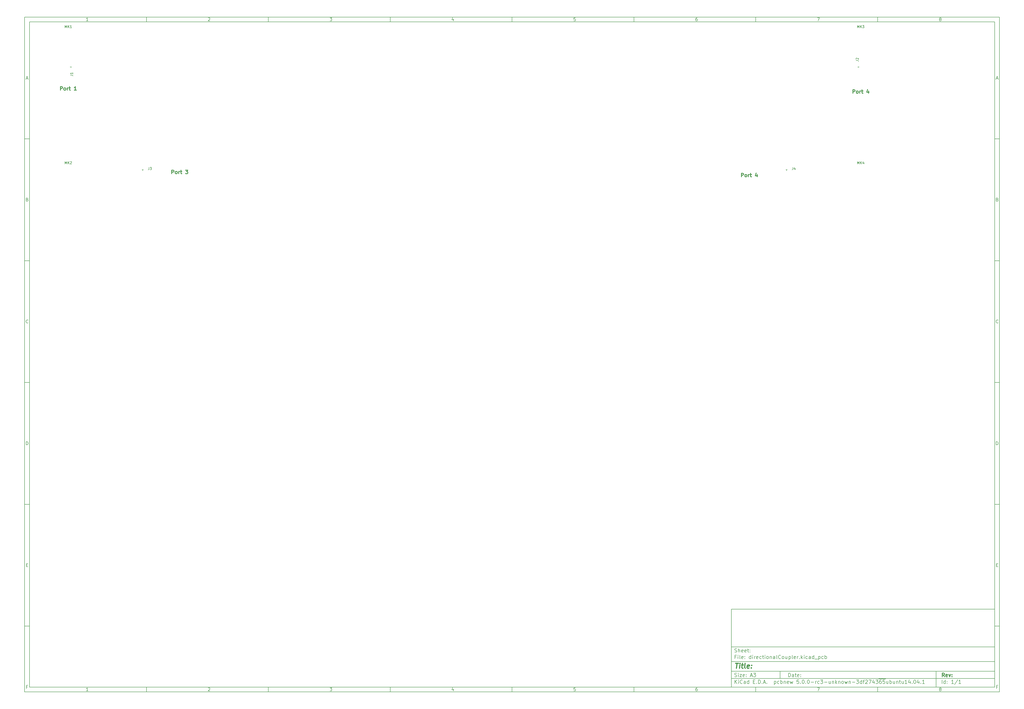
<source format=gbr>
G04 #@! TF.GenerationSoftware,KiCad,Pcbnew,5.0.0-rc3-unknown-3df2743~65~ubuntu14.04.1*
G04 #@! TF.CreationDate,2018-07-06T17:22:35-07:00*
G04 #@! TF.ProjectId,directionalCoupler,646972656374696F6E616C436F75706C,rev?*
G04 #@! TF.SameCoordinates,Original*
G04 #@! TF.FileFunction,Legend,Top*
G04 #@! TF.FilePolarity,Positive*
%FSLAX46Y46*%
G04 Gerber Fmt 4.6, Leading zero omitted, Abs format (unit mm)*
G04 Created by KiCad (PCBNEW 5.0.0-rc3-unknown-3df2743~65~ubuntu14.04.1) date Fri Jul  6 17:22:35 2018*
%MOMM*%
%LPD*%
G01*
G04 APERTURE LIST*
%ADD10C,0.100000*%
%ADD11C,0.150000*%
%ADD12C,0.300000*%
%ADD13C,0.400000*%
%ADD14C,0.120000*%
G04 APERTURE END LIST*
D10*
D11*
X299989000Y-253002200D02*
X299989000Y-285002200D01*
X407989000Y-285002200D01*
X407989000Y-253002200D01*
X299989000Y-253002200D01*
D10*
D11*
X10000000Y-10000000D02*
X10000000Y-287002200D01*
X409989000Y-287002200D01*
X409989000Y-10000000D01*
X10000000Y-10000000D01*
D10*
D11*
X12000000Y-12000000D02*
X12000000Y-285002200D01*
X407989000Y-285002200D01*
X407989000Y-12000000D01*
X12000000Y-12000000D01*
D10*
D11*
X60000000Y-12000000D02*
X60000000Y-10000000D01*
D10*
D11*
X110000000Y-12000000D02*
X110000000Y-10000000D01*
D10*
D11*
X160000000Y-12000000D02*
X160000000Y-10000000D01*
D10*
D11*
X210000000Y-12000000D02*
X210000000Y-10000000D01*
D10*
D11*
X260000000Y-12000000D02*
X260000000Y-10000000D01*
D10*
D11*
X310000000Y-12000000D02*
X310000000Y-10000000D01*
D10*
D11*
X360000000Y-12000000D02*
X360000000Y-10000000D01*
D10*
D11*
X36065476Y-11588095D02*
X35322619Y-11588095D01*
X35694047Y-11588095D02*
X35694047Y-10288095D01*
X35570238Y-10473809D01*
X35446428Y-10597619D01*
X35322619Y-10659523D01*
D10*
D11*
X85322619Y-10411904D02*
X85384523Y-10350000D01*
X85508333Y-10288095D01*
X85817857Y-10288095D01*
X85941666Y-10350000D01*
X86003571Y-10411904D01*
X86065476Y-10535714D01*
X86065476Y-10659523D01*
X86003571Y-10845238D01*
X85260714Y-11588095D01*
X86065476Y-11588095D01*
D10*
D11*
X135260714Y-10288095D02*
X136065476Y-10288095D01*
X135632142Y-10783333D01*
X135817857Y-10783333D01*
X135941666Y-10845238D01*
X136003571Y-10907142D01*
X136065476Y-11030952D01*
X136065476Y-11340476D01*
X136003571Y-11464285D01*
X135941666Y-11526190D01*
X135817857Y-11588095D01*
X135446428Y-11588095D01*
X135322619Y-11526190D01*
X135260714Y-11464285D01*
D10*
D11*
X185941666Y-10721428D02*
X185941666Y-11588095D01*
X185632142Y-10226190D02*
X185322619Y-11154761D01*
X186127380Y-11154761D01*
D10*
D11*
X236003571Y-10288095D02*
X235384523Y-10288095D01*
X235322619Y-10907142D01*
X235384523Y-10845238D01*
X235508333Y-10783333D01*
X235817857Y-10783333D01*
X235941666Y-10845238D01*
X236003571Y-10907142D01*
X236065476Y-11030952D01*
X236065476Y-11340476D01*
X236003571Y-11464285D01*
X235941666Y-11526190D01*
X235817857Y-11588095D01*
X235508333Y-11588095D01*
X235384523Y-11526190D01*
X235322619Y-11464285D01*
D10*
D11*
X285941666Y-10288095D02*
X285694047Y-10288095D01*
X285570238Y-10350000D01*
X285508333Y-10411904D01*
X285384523Y-10597619D01*
X285322619Y-10845238D01*
X285322619Y-11340476D01*
X285384523Y-11464285D01*
X285446428Y-11526190D01*
X285570238Y-11588095D01*
X285817857Y-11588095D01*
X285941666Y-11526190D01*
X286003571Y-11464285D01*
X286065476Y-11340476D01*
X286065476Y-11030952D01*
X286003571Y-10907142D01*
X285941666Y-10845238D01*
X285817857Y-10783333D01*
X285570238Y-10783333D01*
X285446428Y-10845238D01*
X285384523Y-10907142D01*
X285322619Y-11030952D01*
D10*
D11*
X335260714Y-10288095D02*
X336127380Y-10288095D01*
X335570238Y-11588095D01*
D10*
D11*
X385570238Y-10845238D02*
X385446428Y-10783333D01*
X385384523Y-10721428D01*
X385322619Y-10597619D01*
X385322619Y-10535714D01*
X385384523Y-10411904D01*
X385446428Y-10350000D01*
X385570238Y-10288095D01*
X385817857Y-10288095D01*
X385941666Y-10350000D01*
X386003571Y-10411904D01*
X386065476Y-10535714D01*
X386065476Y-10597619D01*
X386003571Y-10721428D01*
X385941666Y-10783333D01*
X385817857Y-10845238D01*
X385570238Y-10845238D01*
X385446428Y-10907142D01*
X385384523Y-10969047D01*
X385322619Y-11092857D01*
X385322619Y-11340476D01*
X385384523Y-11464285D01*
X385446428Y-11526190D01*
X385570238Y-11588095D01*
X385817857Y-11588095D01*
X385941666Y-11526190D01*
X386003571Y-11464285D01*
X386065476Y-11340476D01*
X386065476Y-11092857D01*
X386003571Y-10969047D01*
X385941666Y-10907142D01*
X385817857Y-10845238D01*
D10*
D11*
X60000000Y-285002200D02*
X60000000Y-287002200D01*
D10*
D11*
X110000000Y-285002200D02*
X110000000Y-287002200D01*
D10*
D11*
X160000000Y-285002200D02*
X160000000Y-287002200D01*
D10*
D11*
X210000000Y-285002200D02*
X210000000Y-287002200D01*
D10*
D11*
X260000000Y-285002200D02*
X260000000Y-287002200D01*
D10*
D11*
X310000000Y-285002200D02*
X310000000Y-287002200D01*
D10*
D11*
X360000000Y-285002200D02*
X360000000Y-287002200D01*
D10*
D11*
X36065476Y-286590295D02*
X35322619Y-286590295D01*
X35694047Y-286590295D02*
X35694047Y-285290295D01*
X35570238Y-285476009D01*
X35446428Y-285599819D01*
X35322619Y-285661723D01*
D10*
D11*
X85322619Y-285414104D02*
X85384523Y-285352200D01*
X85508333Y-285290295D01*
X85817857Y-285290295D01*
X85941666Y-285352200D01*
X86003571Y-285414104D01*
X86065476Y-285537914D01*
X86065476Y-285661723D01*
X86003571Y-285847438D01*
X85260714Y-286590295D01*
X86065476Y-286590295D01*
D10*
D11*
X135260714Y-285290295D02*
X136065476Y-285290295D01*
X135632142Y-285785533D01*
X135817857Y-285785533D01*
X135941666Y-285847438D01*
X136003571Y-285909342D01*
X136065476Y-286033152D01*
X136065476Y-286342676D01*
X136003571Y-286466485D01*
X135941666Y-286528390D01*
X135817857Y-286590295D01*
X135446428Y-286590295D01*
X135322619Y-286528390D01*
X135260714Y-286466485D01*
D10*
D11*
X185941666Y-285723628D02*
X185941666Y-286590295D01*
X185632142Y-285228390D02*
X185322619Y-286156961D01*
X186127380Y-286156961D01*
D10*
D11*
X236003571Y-285290295D02*
X235384523Y-285290295D01*
X235322619Y-285909342D01*
X235384523Y-285847438D01*
X235508333Y-285785533D01*
X235817857Y-285785533D01*
X235941666Y-285847438D01*
X236003571Y-285909342D01*
X236065476Y-286033152D01*
X236065476Y-286342676D01*
X236003571Y-286466485D01*
X235941666Y-286528390D01*
X235817857Y-286590295D01*
X235508333Y-286590295D01*
X235384523Y-286528390D01*
X235322619Y-286466485D01*
D10*
D11*
X285941666Y-285290295D02*
X285694047Y-285290295D01*
X285570238Y-285352200D01*
X285508333Y-285414104D01*
X285384523Y-285599819D01*
X285322619Y-285847438D01*
X285322619Y-286342676D01*
X285384523Y-286466485D01*
X285446428Y-286528390D01*
X285570238Y-286590295D01*
X285817857Y-286590295D01*
X285941666Y-286528390D01*
X286003571Y-286466485D01*
X286065476Y-286342676D01*
X286065476Y-286033152D01*
X286003571Y-285909342D01*
X285941666Y-285847438D01*
X285817857Y-285785533D01*
X285570238Y-285785533D01*
X285446428Y-285847438D01*
X285384523Y-285909342D01*
X285322619Y-286033152D01*
D10*
D11*
X335260714Y-285290295D02*
X336127380Y-285290295D01*
X335570238Y-286590295D01*
D10*
D11*
X385570238Y-285847438D02*
X385446428Y-285785533D01*
X385384523Y-285723628D01*
X385322619Y-285599819D01*
X385322619Y-285537914D01*
X385384523Y-285414104D01*
X385446428Y-285352200D01*
X385570238Y-285290295D01*
X385817857Y-285290295D01*
X385941666Y-285352200D01*
X386003571Y-285414104D01*
X386065476Y-285537914D01*
X386065476Y-285599819D01*
X386003571Y-285723628D01*
X385941666Y-285785533D01*
X385817857Y-285847438D01*
X385570238Y-285847438D01*
X385446428Y-285909342D01*
X385384523Y-285971247D01*
X385322619Y-286095057D01*
X385322619Y-286342676D01*
X385384523Y-286466485D01*
X385446428Y-286528390D01*
X385570238Y-286590295D01*
X385817857Y-286590295D01*
X385941666Y-286528390D01*
X386003571Y-286466485D01*
X386065476Y-286342676D01*
X386065476Y-286095057D01*
X386003571Y-285971247D01*
X385941666Y-285909342D01*
X385817857Y-285847438D01*
D10*
D11*
X10000000Y-60000000D02*
X12000000Y-60000000D01*
D10*
D11*
X10000000Y-110000000D02*
X12000000Y-110000000D01*
D10*
D11*
X10000000Y-160000000D02*
X12000000Y-160000000D01*
D10*
D11*
X10000000Y-210000000D02*
X12000000Y-210000000D01*
D10*
D11*
X10000000Y-260000000D02*
X12000000Y-260000000D01*
D10*
D11*
X10690476Y-35216666D02*
X11309523Y-35216666D01*
X10566666Y-35588095D02*
X11000000Y-34288095D01*
X11433333Y-35588095D01*
D10*
D11*
X11092857Y-84907142D02*
X11278571Y-84969047D01*
X11340476Y-85030952D01*
X11402380Y-85154761D01*
X11402380Y-85340476D01*
X11340476Y-85464285D01*
X11278571Y-85526190D01*
X11154761Y-85588095D01*
X10659523Y-85588095D01*
X10659523Y-84288095D01*
X11092857Y-84288095D01*
X11216666Y-84350000D01*
X11278571Y-84411904D01*
X11340476Y-84535714D01*
X11340476Y-84659523D01*
X11278571Y-84783333D01*
X11216666Y-84845238D01*
X11092857Y-84907142D01*
X10659523Y-84907142D01*
D10*
D11*
X11402380Y-135464285D02*
X11340476Y-135526190D01*
X11154761Y-135588095D01*
X11030952Y-135588095D01*
X10845238Y-135526190D01*
X10721428Y-135402380D01*
X10659523Y-135278571D01*
X10597619Y-135030952D01*
X10597619Y-134845238D01*
X10659523Y-134597619D01*
X10721428Y-134473809D01*
X10845238Y-134350000D01*
X11030952Y-134288095D01*
X11154761Y-134288095D01*
X11340476Y-134350000D01*
X11402380Y-134411904D01*
D10*
D11*
X10659523Y-185588095D02*
X10659523Y-184288095D01*
X10969047Y-184288095D01*
X11154761Y-184350000D01*
X11278571Y-184473809D01*
X11340476Y-184597619D01*
X11402380Y-184845238D01*
X11402380Y-185030952D01*
X11340476Y-185278571D01*
X11278571Y-185402380D01*
X11154761Y-185526190D01*
X10969047Y-185588095D01*
X10659523Y-185588095D01*
D10*
D11*
X10721428Y-234907142D02*
X11154761Y-234907142D01*
X11340476Y-235588095D02*
X10721428Y-235588095D01*
X10721428Y-234288095D01*
X11340476Y-234288095D01*
D10*
D11*
X11185714Y-284907142D02*
X10752380Y-284907142D01*
X10752380Y-285588095D02*
X10752380Y-284288095D01*
X11371428Y-284288095D01*
D10*
D11*
X409989000Y-60000000D02*
X407989000Y-60000000D01*
D10*
D11*
X409989000Y-110000000D02*
X407989000Y-110000000D01*
D10*
D11*
X409989000Y-160000000D02*
X407989000Y-160000000D01*
D10*
D11*
X409989000Y-210000000D02*
X407989000Y-210000000D01*
D10*
D11*
X409989000Y-260000000D02*
X407989000Y-260000000D01*
D10*
D11*
X408679476Y-35216666D02*
X409298523Y-35216666D01*
X408555666Y-35588095D02*
X408989000Y-34288095D01*
X409422333Y-35588095D01*
D10*
D11*
X409081857Y-84907142D02*
X409267571Y-84969047D01*
X409329476Y-85030952D01*
X409391380Y-85154761D01*
X409391380Y-85340476D01*
X409329476Y-85464285D01*
X409267571Y-85526190D01*
X409143761Y-85588095D01*
X408648523Y-85588095D01*
X408648523Y-84288095D01*
X409081857Y-84288095D01*
X409205666Y-84350000D01*
X409267571Y-84411904D01*
X409329476Y-84535714D01*
X409329476Y-84659523D01*
X409267571Y-84783333D01*
X409205666Y-84845238D01*
X409081857Y-84907142D01*
X408648523Y-84907142D01*
D10*
D11*
X409391380Y-135464285D02*
X409329476Y-135526190D01*
X409143761Y-135588095D01*
X409019952Y-135588095D01*
X408834238Y-135526190D01*
X408710428Y-135402380D01*
X408648523Y-135278571D01*
X408586619Y-135030952D01*
X408586619Y-134845238D01*
X408648523Y-134597619D01*
X408710428Y-134473809D01*
X408834238Y-134350000D01*
X409019952Y-134288095D01*
X409143761Y-134288095D01*
X409329476Y-134350000D01*
X409391380Y-134411904D01*
D10*
D11*
X408648523Y-185588095D02*
X408648523Y-184288095D01*
X408958047Y-184288095D01*
X409143761Y-184350000D01*
X409267571Y-184473809D01*
X409329476Y-184597619D01*
X409391380Y-184845238D01*
X409391380Y-185030952D01*
X409329476Y-185278571D01*
X409267571Y-185402380D01*
X409143761Y-185526190D01*
X408958047Y-185588095D01*
X408648523Y-185588095D01*
D10*
D11*
X408710428Y-234907142D02*
X409143761Y-234907142D01*
X409329476Y-235588095D02*
X408710428Y-235588095D01*
X408710428Y-234288095D01*
X409329476Y-234288095D01*
D10*
D11*
X409174714Y-284907142D02*
X408741380Y-284907142D01*
X408741380Y-285588095D02*
X408741380Y-284288095D01*
X409360428Y-284288095D01*
D10*
D11*
X323421142Y-280780771D02*
X323421142Y-279280771D01*
X323778285Y-279280771D01*
X323992571Y-279352200D01*
X324135428Y-279495057D01*
X324206857Y-279637914D01*
X324278285Y-279923628D01*
X324278285Y-280137914D01*
X324206857Y-280423628D01*
X324135428Y-280566485D01*
X323992571Y-280709342D01*
X323778285Y-280780771D01*
X323421142Y-280780771D01*
X325564000Y-280780771D02*
X325564000Y-279995057D01*
X325492571Y-279852200D01*
X325349714Y-279780771D01*
X325064000Y-279780771D01*
X324921142Y-279852200D01*
X325564000Y-280709342D02*
X325421142Y-280780771D01*
X325064000Y-280780771D01*
X324921142Y-280709342D01*
X324849714Y-280566485D01*
X324849714Y-280423628D01*
X324921142Y-280280771D01*
X325064000Y-280209342D01*
X325421142Y-280209342D01*
X325564000Y-280137914D01*
X326064000Y-279780771D02*
X326635428Y-279780771D01*
X326278285Y-279280771D02*
X326278285Y-280566485D01*
X326349714Y-280709342D01*
X326492571Y-280780771D01*
X326635428Y-280780771D01*
X327706857Y-280709342D02*
X327564000Y-280780771D01*
X327278285Y-280780771D01*
X327135428Y-280709342D01*
X327064000Y-280566485D01*
X327064000Y-279995057D01*
X327135428Y-279852200D01*
X327278285Y-279780771D01*
X327564000Y-279780771D01*
X327706857Y-279852200D01*
X327778285Y-279995057D01*
X327778285Y-280137914D01*
X327064000Y-280280771D01*
X328421142Y-280637914D02*
X328492571Y-280709342D01*
X328421142Y-280780771D01*
X328349714Y-280709342D01*
X328421142Y-280637914D01*
X328421142Y-280780771D01*
X328421142Y-279852200D02*
X328492571Y-279923628D01*
X328421142Y-279995057D01*
X328349714Y-279923628D01*
X328421142Y-279852200D01*
X328421142Y-279995057D01*
D10*
D11*
X299989000Y-281502200D02*
X407989000Y-281502200D01*
D10*
D11*
X301421142Y-283580771D02*
X301421142Y-282080771D01*
X302278285Y-283580771D02*
X301635428Y-282723628D01*
X302278285Y-282080771D02*
X301421142Y-282937914D01*
X302921142Y-283580771D02*
X302921142Y-282580771D01*
X302921142Y-282080771D02*
X302849714Y-282152200D01*
X302921142Y-282223628D01*
X302992571Y-282152200D01*
X302921142Y-282080771D01*
X302921142Y-282223628D01*
X304492571Y-283437914D02*
X304421142Y-283509342D01*
X304206857Y-283580771D01*
X304064000Y-283580771D01*
X303849714Y-283509342D01*
X303706857Y-283366485D01*
X303635428Y-283223628D01*
X303564000Y-282937914D01*
X303564000Y-282723628D01*
X303635428Y-282437914D01*
X303706857Y-282295057D01*
X303849714Y-282152200D01*
X304064000Y-282080771D01*
X304206857Y-282080771D01*
X304421142Y-282152200D01*
X304492571Y-282223628D01*
X305778285Y-283580771D02*
X305778285Y-282795057D01*
X305706857Y-282652200D01*
X305564000Y-282580771D01*
X305278285Y-282580771D01*
X305135428Y-282652200D01*
X305778285Y-283509342D02*
X305635428Y-283580771D01*
X305278285Y-283580771D01*
X305135428Y-283509342D01*
X305064000Y-283366485D01*
X305064000Y-283223628D01*
X305135428Y-283080771D01*
X305278285Y-283009342D01*
X305635428Y-283009342D01*
X305778285Y-282937914D01*
X307135428Y-283580771D02*
X307135428Y-282080771D01*
X307135428Y-283509342D02*
X306992571Y-283580771D01*
X306706857Y-283580771D01*
X306564000Y-283509342D01*
X306492571Y-283437914D01*
X306421142Y-283295057D01*
X306421142Y-282866485D01*
X306492571Y-282723628D01*
X306564000Y-282652200D01*
X306706857Y-282580771D01*
X306992571Y-282580771D01*
X307135428Y-282652200D01*
X308992571Y-282795057D02*
X309492571Y-282795057D01*
X309706857Y-283580771D02*
X308992571Y-283580771D01*
X308992571Y-282080771D01*
X309706857Y-282080771D01*
X310349714Y-283437914D02*
X310421142Y-283509342D01*
X310349714Y-283580771D01*
X310278285Y-283509342D01*
X310349714Y-283437914D01*
X310349714Y-283580771D01*
X311064000Y-283580771D02*
X311064000Y-282080771D01*
X311421142Y-282080771D01*
X311635428Y-282152200D01*
X311778285Y-282295057D01*
X311849714Y-282437914D01*
X311921142Y-282723628D01*
X311921142Y-282937914D01*
X311849714Y-283223628D01*
X311778285Y-283366485D01*
X311635428Y-283509342D01*
X311421142Y-283580771D01*
X311064000Y-283580771D01*
X312564000Y-283437914D02*
X312635428Y-283509342D01*
X312564000Y-283580771D01*
X312492571Y-283509342D01*
X312564000Y-283437914D01*
X312564000Y-283580771D01*
X313206857Y-283152200D02*
X313921142Y-283152200D01*
X313064000Y-283580771D02*
X313564000Y-282080771D01*
X314064000Y-283580771D01*
X314564000Y-283437914D02*
X314635428Y-283509342D01*
X314564000Y-283580771D01*
X314492571Y-283509342D01*
X314564000Y-283437914D01*
X314564000Y-283580771D01*
X317564000Y-282580771D02*
X317564000Y-284080771D01*
X317564000Y-282652200D02*
X317706857Y-282580771D01*
X317992571Y-282580771D01*
X318135428Y-282652200D01*
X318206857Y-282723628D01*
X318278285Y-282866485D01*
X318278285Y-283295057D01*
X318206857Y-283437914D01*
X318135428Y-283509342D01*
X317992571Y-283580771D01*
X317706857Y-283580771D01*
X317564000Y-283509342D01*
X319564000Y-283509342D02*
X319421142Y-283580771D01*
X319135428Y-283580771D01*
X318992571Y-283509342D01*
X318921142Y-283437914D01*
X318849714Y-283295057D01*
X318849714Y-282866485D01*
X318921142Y-282723628D01*
X318992571Y-282652200D01*
X319135428Y-282580771D01*
X319421142Y-282580771D01*
X319564000Y-282652200D01*
X320206857Y-283580771D02*
X320206857Y-282080771D01*
X320206857Y-282652200D02*
X320349714Y-282580771D01*
X320635428Y-282580771D01*
X320778285Y-282652200D01*
X320849714Y-282723628D01*
X320921142Y-282866485D01*
X320921142Y-283295057D01*
X320849714Y-283437914D01*
X320778285Y-283509342D01*
X320635428Y-283580771D01*
X320349714Y-283580771D01*
X320206857Y-283509342D01*
X321564000Y-282580771D02*
X321564000Y-283580771D01*
X321564000Y-282723628D02*
X321635428Y-282652200D01*
X321778285Y-282580771D01*
X321992571Y-282580771D01*
X322135428Y-282652200D01*
X322206857Y-282795057D01*
X322206857Y-283580771D01*
X323492571Y-283509342D02*
X323349714Y-283580771D01*
X323064000Y-283580771D01*
X322921142Y-283509342D01*
X322849714Y-283366485D01*
X322849714Y-282795057D01*
X322921142Y-282652200D01*
X323064000Y-282580771D01*
X323349714Y-282580771D01*
X323492571Y-282652200D01*
X323564000Y-282795057D01*
X323564000Y-282937914D01*
X322849714Y-283080771D01*
X324064000Y-282580771D02*
X324349714Y-283580771D01*
X324635428Y-282866485D01*
X324921142Y-283580771D01*
X325206857Y-282580771D01*
X327635428Y-282080771D02*
X326921142Y-282080771D01*
X326849714Y-282795057D01*
X326921142Y-282723628D01*
X327064000Y-282652200D01*
X327421142Y-282652200D01*
X327564000Y-282723628D01*
X327635428Y-282795057D01*
X327706857Y-282937914D01*
X327706857Y-283295057D01*
X327635428Y-283437914D01*
X327564000Y-283509342D01*
X327421142Y-283580771D01*
X327064000Y-283580771D01*
X326921142Y-283509342D01*
X326849714Y-283437914D01*
X328349714Y-283437914D02*
X328421142Y-283509342D01*
X328349714Y-283580771D01*
X328278285Y-283509342D01*
X328349714Y-283437914D01*
X328349714Y-283580771D01*
X329349714Y-282080771D02*
X329492571Y-282080771D01*
X329635428Y-282152200D01*
X329706857Y-282223628D01*
X329778285Y-282366485D01*
X329849714Y-282652200D01*
X329849714Y-283009342D01*
X329778285Y-283295057D01*
X329706857Y-283437914D01*
X329635428Y-283509342D01*
X329492571Y-283580771D01*
X329349714Y-283580771D01*
X329206857Y-283509342D01*
X329135428Y-283437914D01*
X329064000Y-283295057D01*
X328992571Y-283009342D01*
X328992571Y-282652200D01*
X329064000Y-282366485D01*
X329135428Y-282223628D01*
X329206857Y-282152200D01*
X329349714Y-282080771D01*
X330492571Y-283437914D02*
X330564000Y-283509342D01*
X330492571Y-283580771D01*
X330421142Y-283509342D01*
X330492571Y-283437914D01*
X330492571Y-283580771D01*
X331492571Y-282080771D02*
X331635428Y-282080771D01*
X331778285Y-282152200D01*
X331849714Y-282223628D01*
X331921142Y-282366485D01*
X331992571Y-282652200D01*
X331992571Y-283009342D01*
X331921142Y-283295057D01*
X331849714Y-283437914D01*
X331778285Y-283509342D01*
X331635428Y-283580771D01*
X331492571Y-283580771D01*
X331349714Y-283509342D01*
X331278285Y-283437914D01*
X331206857Y-283295057D01*
X331135428Y-283009342D01*
X331135428Y-282652200D01*
X331206857Y-282366485D01*
X331278285Y-282223628D01*
X331349714Y-282152200D01*
X331492571Y-282080771D01*
X332635428Y-283009342D02*
X333778285Y-283009342D01*
X334492571Y-283580771D02*
X334492571Y-282580771D01*
X334492571Y-282866485D02*
X334564000Y-282723628D01*
X334635428Y-282652200D01*
X334778285Y-282580771D01*
X334921142Y-282580771D01*
X336064000Y-283509342D02*
X335921142Y-283580771D01*
X335635428Y-283580771D01*
X335492571Y-283509342D01*
X335421142Y-283437914D01*
X335349714Y-283295057D01*
X335349714Y-282866485D01*
X335421142Y-282723628D01*
X335492571Y-282652200D01*
X335635428Y-282580771D01*
X335921142Y-282580771D01*
X336064000Y-282652200D01*
X336564000Y-282080771D02*
X337492571Y-282080771D01*
X336992571Y-282652200D01*
X337206857Y-282652200D01*
X337349714Y-282723628D01*
X337421142Y-282795057D01*
X337492571Y-282937914D01*
X337492571Y-283295057D01*
X337421142Y-283437914D01*
X337349714Y-283509342D01*
X337206857Y-283580771D01*
X336778285Y-283580771D01*
X336635428Y-283509342D01*
X336564000Y-283437914D01*
X338135428Y-283009342D02*
X339278285Y-283009342D01*
X340635428Y-282580771D02*
X340635428Y-283580771D01*
X339992571Y-282580771D02*
X339992571Y-283366485D01*
X340064000Y-283509342D01*
X340206857Y-283580771D01*
X340421142Y-283580771D01*
X340564000Y-283509342D01*
X340635428Y-283437914D01*
X341349714Y-282580771D02*
X341349714Y-283580771D01*
X341349714Y-282723628D02*
X341421142Y-282652200D01*
X341564000Y-282580771D01*
X341778285Y-282580771D01*
X341921142Y-282652200D01*
X341992571Y-282795057D01*
X341992571Y-283580771D01*
X342706857Y-283580771D02*
X342706857Y-282080771D01*
X342849714Y-283009342D02*
X343278285Y-283580771D01*
X343278285Y-282580771D02*
X342706857Y-283152200D01*
X343921142Y-282580771D02*
X343921142Y-283580771D01*
X343921142Y-282723628D02*
X343992571Y-282652200D01*
X344135428Y-282580771D01*
X344349714Y-282580771D01*
X344492571Y-282652200D01*
X344564000Y-282795057D01*
X344564000Y-283580771D01*
X345492571Y-283580771D02*
X345349714Y-283509342D01*
X345278285Y-283437914D01*
X345206857Y-283295057D01*
X345206857Y-282866485D01*
X345278285Y-282723628D01*
X345349714Y-282652200D01*
X345492571Y-282580771D01*
X345706857Y-282580771D01*
X345849714Y-282652200D01*
X345921142Y-282723628D01*
X345992571Y-282866485D01*
X345992571Y-283295057D01*
X345921142Y-283437914D01*
X345849714Y-283509342D01*
X345706857Y-283580771D01*
X345492571Y-283580771D01*
X346492571Y-282580771D02*
X346778285Y-283580771D01*
X347064000Y-282866485D01*
X347349714Y-283580771D01*
X347635428Y-282580771D01*
X348206857Y-282580771D02*
X348206857Y-283580771D01*
X348206857Y-282723628D02*
X348278285Y-282652200D01*
X348421142Y-282580771D01*
X348635428Y-282580771D01*
X348778285Y-282652200D01*
X348849714Y-282795057D01*
X348849714Y-283580771D01*
X349564000Y-283009342D02*
X350706857Y-283009342D01*
X351278285Y-282080771D02*
X352206857Y-282080771D01*
X351706857Y-282652200D01*
X351921142Y-282652200D01*
X352064000Y-282723628D01*
X352135428Y-282795057D01*
X352206857Y-282937914D01*
X352206857Y-283295057D01*
X352135428Y-283437914D01*
X352064000Y-283509342D01*
X351921142Y-283580771D01*
X351492571Y-283580771D01*
X351349714Y-283509342D01*
X351278285Y-283437914D01*
X353492571Y-283580771D02*
X353492571Y-282080771D01*
X353492571Y-283509342D02*
X353349714Y-283580771D01*
X353064000Y-283580771D01*
X352921142Y-283509342D01*
X352849714Y-283437914D01*
X352778285Y-283295057D01*
X352778285Y-282866485D01*
X352849714Y-282723628D01*
X352921142Y-282652200D01*
X353064000Y-282580771D01*
X353349714Y-282580771D01*
X353492571Y-282652200D01*
X353992571Y-282580771D02*
X354564000Y-282580771D01*
X354206857Y-283580771D02*
X354206857Y-282295057D01*
X354278285Y-282152200D01*
X354421142Y-282080771D01*
X354564000Y-282080771D01*
X354992571Y-282223628D02*
X355064000Y-282152200D01*
X355206857Y-282080771D01*
X355564000Y-282080771D01*
X355706857Y-282152200D01*
X355778285Y-282223628D01*
X355849714Y-282366485D01*
X355849714Y-282509342D01*
X355778285Y-282723628D01*
X354921142Y-283580771D01*
X355849714Y-283580771D01*
X356349714Y-282080771D02*
X357349714Y-282080771D01*
X356706857Y-283580771D01*
X358564000Y-282580771D02*
X358564000Y-283580771D01*
X358206857Y-282009342D02*
X357849714Y-283080771D01*
X358778285Y-283080771D01*
X359206857Y-282080771D02*
X360135428Y-282080771D01*
X359635428Y-282652200D01*
X359849714Y-282652200D01*
X359992571Y-282723628D01*
X360064000Y-282795057D01*
X360135428Y-282937914D01*
X360135428Y-283295057D01*
X360064000Y-283437914D01*
X359992571Y-283509342D01*
X359849714Y-283580771D01*
X359421142Y-283580771D01*
X359278285Y-283509342D01*
X359206857Y-283437914D01*
X360421142Y-281672200D02*
X361849714Y-281672200D01*
X361421142Y-282080771D02*
X361135428Y-282080771D01*
X360992571Y-282152200D01*
X360921142Y-282223628D01*
X360778285Y-282437914D01*
X360706857Y-282723628D01*
X360706857Y-283295057D01*
X360778285Y-283437914D01*
X360849714Y-283509342D01*
X360992571Y-283580771D01*
X361278285Y-283580771D01*
X361421142Y-283509342D01*
X361492571Y-283437914D01*
X361564000Y-283295057D01*
X361564000Y-282937914D01*
X361492571Y-282795057D01*
X361421142Y-282723628D01*
X361278285Y-282652200D01*
X360992571Y-282652200D01*
X360849714Y-282723628D01*
X360778285Y-282795057D01*
X360706857Y-282937914D01*
X361849714Y-281672200D02*
X363278285Y-281672200D01*
X362921142Y-282080771D02*
X362206857Y-282080771D01*
X362135428Y-282795057D01*
X362206857Y-282723628D01*
X362349714Y-282652200D01*
X362706857Y-282652200D01*
X362849714Y-282723628D01*
X362921142Y-282795057D01*
X362992571Y-282937914D01*
X362992571Y-283295057D01*
X362921142Y-283437914D01*
X362849714Y-283509342D01*
X362706857Y-283580771D01*
X362349714Y-283580771D01*
X362206857Y-283509342D01*
X362135428Y-283437914D01*
X364278285Y-282580771D02*
X364278285Y-283580771D01*
X363635428Y-282580771D02*
X363635428Y-283366485D01*
X363706857Y-283509342D01*
X363849714Y-283580771D01*
X364064000Y-283580771D01*
X364206857Y-283509342D01*
X364278285Y-283437914D01*
X364992571Y-283580771D02*
X364992571Y-282080771D01*
X364992571Y-282652200D02*
X365135428Y-282580771D01*
X365421142Y-282580771D01*
X365564000Y-282652200D01*
X365635428Y-282723628D01*
X365706857Y-282866485D01*
X365706857Y-283295057D01*
X365635428Y-283437914D01*
X365564000Y-283509342D01*
X365421142Y-283580771D01*
X365135428Y-283580771D01*
X364992571Y-283509342D01*
X366992571Y-282580771D02*
X366992571Y-283580771D01*
X366349714Y-282580771D02*
X366349714Y-283366485D01*
X366421142Y-283509342D01*
X366564000Y-283580771D01*
X366778285Y-283580771D01*
X366921142Y-283509342D01*
X366992571Y-283437914D01*
X367706857Y-282580771D02*
X367706857Y-283580771D01*
X367706857Y-282723628D02*
X367778285Y-282652200D01*
X367921142Y-282580771D01*
X368135428Y-282580771D01*
X368278285Y-282652200D01*
X368349714Y-282795057D01*
X368349714Y-283580771D01*
X368849714Y-282580771D02*
X369421142Y-282580771D01*
X369064000Y-282080771D02*
X369064000Y-283366485D01*
X369135428Y-283509342D01*
X369278285Y-283580771D01*
X369421142Y-283580771D01*
X370564000Y-282580771D02*
X370564000Y-283580771D01*
X369921142Y-282580771D02*
X369921142Y-283366485D01*
X369992571Y-283509342D01*
X370135428Y-283580771D01*
X370349714Y-283580771D01*
X370492571Y-283509342D01*
X370564000Y-283437914D01*
X372064000Y-283580771D02*
X371206857Y-283580771D01*
X371635428Y-283580771D02*
X371635428Y-282080771D01*
X371492571Y-282295057D01*
X371349714Y-282437914D01*
X371206857Y-282509342D01*
X373349714Y-282580771D02*
X373349714Y-283580771D01*
X372992571Y-282009342D02*
X372635428Y-283080771D01*
X373564000Y-283080771D01*
X374135428Y-283437914D02*
X374206857Y-283509342D01*
X374135428Y-283580771D01*
X374064000Y-283509342D01*
X374135428Y-283437914D01*
X374135428Y-283580771D01*
X375135428Y-282080771D02*
X375278285Y-282080771D01*
X375421142Y-282152200D01*
X375492571Y-282223628D01*
X375564000Y-282366485D01*
X375635428Y-282652200D01*
X375635428Y-283009342D01*
X375564000Y-283295057D01*
X375492571Y-283437914D01*
X375421142Y-283509342D01*
X375278285Y-283580771D01*
X375135428Y-283580771D01*
X374992571Y-283509342D01*
X374921142Y-283437914D01*
X374849714Y-283295057D01*
X374778285Y-283009342D01*
X374778285Y-282652200D01*
X374849714Y-282366485D01*
X374921142Y-282223628D01*
X374992571Y-282152200D01*
X375135428Y-282080771D01*
X376921142Y-282580771D02*
X376921142Y-283580771D01*
X376564000Y-282009342D02*
X376206857Y-283080771D01*
X377135428Y-283080771D01*
X377706857Y-283437914D02*
X377778285Y-283509342D01*
X377706857Y-283580771D01*
X377635428Y-283509342D01*
X377706857Y-283437914D01*
X377706857Y-283580771D01*
X379206857Y-283580771D02*
X378349714Y-283580771D01*
X378778285Y-283580771D02*
X378778285Y-282080771D01*
X378635428Y-282295057D01*
X378492571Y-282437914D01*
X378349714Y-282509342D01*
D10*
D11*
X299989000Y-278502200D02*
X407989000Y-278502200D01*
D10*
D12*
X387398285Y-280780771D02*
X386898285Y-280066485D01*
X386541142Y-280780771D02*
X386541142Y-279280771D01*
X387112571Y-279280771D01*
X387255428Y-279352200D01*
X387326857Y-279423628D01*
X387398285Y-279566485D01*
X387398285Y-279780771D01*
X387326857Y-279923628D01*
X387255428Y-279995057D01*
X387112571Y-280066485D01*
X386541142Y-280066485D01*
X388612571Y-280709342D02*
X388469714Y-280780771D01*
X388184000Y-280780771D01*
X388041142Y-280709342D01*
X387969714Y-280566485D01*
X387969714Y-279995057D01*
X388041142Y-279852200D01*
X388184000Y-279780771D01*
X388469714Y-279780771D01*
X388612571Y-279852200D01*
X388684000Y-279995057D01*
X388684000Y-280137914D01*
X387969714Y-280280771D01*
X389184000Y-279780771D02*
X389541142Y-280780771D01*
X389898285Y-279780771D01*
X390469714Y-280637914D02*
X390541142Y-280709342D01*
X390469714Y-280780771D01*
X390398285Y-280709342D01*
X390469714Y-280637914D01*
X390469714Y-280780771D01*
X390469714Y-279852200D02*
X390541142Y-279923628D01*
X390469714Y-279995057D01*
X390398285Y-279923628D01*
X390469714Y-279852200D01*
X390469714Y-279995057D01*
D10*
D11*
X301349714Y-280709342D02*
X301564000Y-280780771D01*
X301921142Y-280780771D01*
X302064000Y-280709342D01*
X302135428Y-280637914D01*
X302206857Y-280495057D01*
X302206857Y-280352200D01*
X302135428Y-280209342D01*
X302064000Y-280137914D01*
X301921142Y-280066485D01*
X301635428Y-279995057D01*
X301492571Y-279923628D01*
X301421142Y-279852200D01*
X301349714Y-279709342D01*
X301349714Y-279566485D01*
X301421142Y-279423628D01*
X301492571Y-279352200D01*
X301635428Y-279280771D01*
X301992571Y-279280771D01*
X302206857Y-279352200D01*
X302849714Y-280780771D02*
X302849714Y-279780771D01*
X302849714Y-279280771D02*
X302778285Y-279352200D01*
X302849714Y-279423628D01*
X302921142Y-279352200D01*
X302849714Y-279280771D01*
X302849714Y-279423628D01*
X303421142Y-279780771D02*
X304206857Y-279780771D01*
X303421142Y-280780771D01*
X304206857Y-280780771D01*
X305349714Y-280709342D02*
X305206857Y-280780771D01*
X304921142Y-280780771D01*
X304778285Y-280709342D01*
X304706857Y-280566485D01*
X304706857Y-279995057D01*
X304778285Y-279852200D01*
X304921142Y-279780771D01*
X305206857Y-279780771D01*
X305349714Y-279852200D01*
X305421142Y-279995057D01*
X305421142Y-280137914D01*
X304706857Y-280280771D01*
X306064000Y-280637914D02*
X306135428Y-280709342D01*
X306064000Y-280780771D01*
X305992571Y-280709342D01*
X306064000Y-280637914D01*
X306064000Y-280780771D01*
X306064000Y-279852200D02*
X306135428Y-279923628D01*
X306064000Y-279995057D01*
X305992571Y-279923628D01*
X306064000Y-279852200D01*
X306064000Y-279995057D01*
X307849714Y-280352200D02*
X308564000Y-280352200D01*
X307706857Y-280780771D02*
X308206857Y-279280771D01*
X308706857Y-280780771D01*
X309064000Y-279280771D02*
X309992571Y-279280771D01*
X309492571Y-279852200D01*
X309706857Y-279852200D01*
X309849714Y-279923628D01*
X309921142Y-279995057D01*
X309992571Y-280137914D01*
X309992571Y-280495057D01*
X309921142Y-280637914D01*
X309849714Y-280709342D01*
X309706857Y-280780771D01*
X309278285Y-280780771D01*
X309135428Y-280709342D01*
X309064000Y-280637914D01*
D10*
D11*
X386421142Y-283580771D02*
X386421142Y-282080771D01*
X387778285Y-283580771D02*
X387778285Y-282080771D01*
X387778285Y-283509342D02*
X387635428Y-283580771D01*
X387349714Y-283580771D01*
X387206857Y-283509342D01*
X387135428Y-283437914D01*
X387064000Y-283295057D01*
X387064000Y-282866485D01*
X387135428Y-282723628D01*
X387206857Y-282652200D01*
X387349714Y-282580771D01*
X387635428Y-282580771D01*
X387778285Y-282652200D01*
X388492571Y-283437914D02*
X388564000Y-283509342D01*
X388492571Y-283580771D01*
X388421142Y-283509342D01*
X388492571Y-283437914D01*
X388492571Y-283580771D01*
X388492571Y-282652200D02*
X388564000Y-282723628D01*
X388492571Y-282795057D01*
X388421142Y-282723628D01*
X388492571Y-282652200D01*
X388492571Y-282795057D01*
X391135428Y-283580771D02*
X390278285Y-283580771D01*
X390706857Y-283580771D02*
X390706857Y-282080771D01*
X390564000Y-282295057D01*
X390421142Y-282437914D01*
X390278285Y-282509342D01*
X392849714Y-282009342D02*
X391564000Y-283937914D01*
X394135428Y-283580771D02*
X393278285Y-283580771D01*
X393706857Y-283580771D02*
X393706857Y-282080771D01*
X393564000Y-282295057D01*
X393421142Y-282437914D01*
X393278285Y-282509342D01*
D10*
D11*
X299989000Y-274502200D02*
X407989000Y-274502200D01*
D10*
D13*
X301701380Y-275206961D02*
X302844238Y-275206961D01*
X302022809Y-277206961D02*
X302272809Y-275206961D01*
X303260904Y-277206961D02*
X303427571Y-275873628D01*
X303510904Y-275206961D02*
X303403761Y-275302200D01*
X303487095Y-275397438D01*
X303594238Y-275302200D01*
X303510904Y-275206961D01*
X303487095Y-275397438D01*
X304094238Y-275873628D02*
X304856142Y-275873628D01*
X304463285Y-275206961D02*
X304249000Y-276921247D01*
X304320428Y-277111723D01*
X304499000Y-277206961D01*
X304689476Y-277206961D01*
X305641857Y-277206961D02*
X305463285Y-277111723D01*
X305391857Y-276921247D01*
X305606142Y-275206961D01*
X307177571Y-277111723D02*
X306975190Y-277206961D01*
X306594238Y-277206961D01*
X306415666Y-277111723D01*
X306344238Y-276921247D01*
X306439476Y-276159342D01*
X306558523Y-275968866D01*
X306760904Y-275873628D01*
X307141857Y-275873628D01*
X307320428Y-275968866D01*
X307391857Y-276159342D01*
X307368047Y-276349819D01*
X306391857Y-276540295D01*
X308141857Y-277016485D02*
X308225190Y-277111723D01*
X308118047Y-277206961D01*
X308034714Y-277111723D01*
X308141857Y-277016485D01*
X308118047Y-277206961D01*
X308272809Y-275968866D02*
X308356142Y-276064104D01*
X308249000Y-276159342D01*
X308165666Y-276064104D01*
X308272809Y-275968866D01*
X308249000Y-276159342D01*
D10*
D11*
X301921142Y-272595057D02*
X301421142Y-272595057D01*
X301421142Y-273380771D02*
X301421142Y-271880771D01*
X302135428Y-271880771D01*
X302706857Y-273380771D02*
X302706857Y-272380771D01*
X302706857Y-271880771D02*
X302635428Y-271952200D01*
X302706857Y-272023628D01*
X302778285Y-271952200D01*
X302706857Y-271880771D01*
X302706857Y-272023628D01*
X303635428Y-273380771D02*
X303492571Y-273309342D01*
X303421142Y-273166485D01*
X303421142Y-271880771D01*
X304778285Y-273309342D02*
X304635428Y-273380771D01*
X304349714Y-273380771D01*
X304206857Y-273309342D01*
X304135428Y-273166485D01*
X304135428Y-272595057D01*
X304206857Y-272452200D01*
X304349714Y-272380771D01*
X304635428Y-272380771D01*
X304778285Y-272452200D01*
X304849714Y-272595057D01*
X304849714Y-272737914D01*
X304135428Y-272880771D01*
X305492571Y-273237914D02*
X305564000Y-273309342D01*
X305492571Y-273380771D01*
X305421142Y-273309342D01*
X305492571Y-273237914D01*
X305492571Y-273380771D01*
X305492571Y-272452200D02*
X305564000Y-272523628D01*
X305492571Y-272595057D01*
X305421142Y-272523628D01*
X305492571Y-272452200D01*
X305492571Y-272595057D01*
X307992571Y-273380771D02*
X307992571Y-271880771D01*
X307992571Y-273309342D02*
X307849714Y-273380771D01*
X307564000Y-273380771D01*
X307421142Y-273309342D01*
X307349714Y-273237914D01*
X307278285Y-273095057D01*
X307278285Y-272666485D01*
X307349714Y-272523628D01*
X307421142Y-272452200D01*
X307564000Y-272380771D01*
X307849714Y-272380771D01*
X307992571Y-272452200D01*
X308706857Y-273380771D02*
X308706857Y-272380771D01*
X308706857Y-271880771D02*
X308635428Y-271952200D01*
X308706857Y-272023628D01*
X308778285Y-271952200D01*
X308706857Y-271880771D01*
X308706857Y-272023628D01*
X309421142Y-273380771D02*
X309421142Y-272380771D01*
X309421142Y-272666485D02*
X309492571Y-272523628D01*
X309564000Y-272452200D01*
X309706857Y-272380771D01*
X309849714Y-272380771D01*
X310921142Y-273309342D02*
X310778285Y-273380771D01*
X310492571Y-273380771D01*
X310349714Y-273309342D01*
X310278285Y-273166485D01*
X310278285Y-272595057D01*
X310349714Y-272452200D01*
X310492571Y-272380771D01*
X310778285Y-272380771D01*
X310921142Y-272452200D01*
X310992571Y-272595057D01*
X310992571Y-272737914D01*
X310278285Y-272880771D01*
X312278285Y-273309342D02*
X312135428Y-273380771D01*
X311849714Y-273380771D01*
X311706857Y-273309342D01*
X311635428Y-273237914D01*
X311564000Y-273095057D01*
X311564000Y-272666485D01*
X311635428Y-272523628D01*
X311706857Y-272452200D01*
X311849714Y-272380771D01*
X312135428Y-272380771D01*
X312278285Y-272452200D01*
X312706857Y-272380771D02*
X313278285Y-272380771D01*
X312921142Y-271880771D02*
X312921142Y-273166485D01*
X312992571Y-273309342D01*
X313135428Y-273380771D01*
X313278285Y-273380771D01*
X313778285Y-273380771D02*
X313778285Y-272380771D01*
X313778285Y-271880771D02*
X313706857Y-271952200D01*
X313778285Y-272023628D01*
X313849714Y-271952200D01*
X313778285Y-271880771D01*
X313778285Y-272023628D01*
X314706857Y-273380771D02*
X314564000Y-273309342D01*
X314492571Y-273237914D01*
X314421142Y-273095057D01*
X314421142Y-272666485D01*
X314492571Y-272523628D01*
X314564000Y-272452200D01*
X314706857Y-272380771D01*
X314921142Y-272380771D01*
X315064000Y-272452200D01*
X315135428Y-272523628D01*
X315206857Y-272666485D01*
X315206857Y-273095057D01*
X315135428Y-273237914D01*
X315064000Y-273309342D01*
X314921142Y-273380771D01*
X314706857Y-273380771D01*
X315849714Y-272380771D02*
X315849714Y-273380771D01*
X315849714Y-272523628D02*
X315921142Y-272452200D01*
X316064000Y-272380771D01*
X316278285Y-272380771D01*
X316421142Y-272452200D01*
X316492571Y-272595057D01*
X316492571Y-273380771D01*
X317849714Y-273380771D02*
X317849714Y-272595057D01*
X317778285Y-272452200D01*
X317635428Y-272380771D01*
X317349714Y-272380771D01*
X317206857Y-272452200D01*
X317849714Y-273309342D02*
X317706857Y-273380771D01*
X317349714Y-273380771D01*
X317206857Y-273309342D01*
X317135428Y-273166485D01*
X317135428Y-273023628D01*
X317206857Y-272880771D01*
X317349714Y-272809342D01*
X317706857Y-272809342D01*
X317849714Y-272737914D01*
X318778285Y-273380771D02*
X318635428Y-273309342D01*
X318564000Y-273166485D01*
X318564000Y-271880771D01*
X320206857Y-273237914D02*
X320135428Y-273309342D01*
X319921142Y-273380771D01*
X319778285Y-273380771D01*
X319564000Y-273309342D01*
X319421142Y-273166485D01*
X319349714Y-273023628D01*
X319278285Y-272737914D01*
X319278285Y-272523628D01*
X319349714Y-272237914D01*
X319421142Y-272095057D01*
X319564000Y-271952200D01*
X319778285Y-271880771D01*
X319921142Y-271880771D01*
X320135428Y-271952200D01*
X320206857Y-272023628D01*
X321064000Y-273380771D02*
X320921142Y-273309342D01*
X320849714Y-273237914D01*
X320778285Y-273095057D01*
X320778285Y-272666485D01*
X320849714Y-272523628D01*
X320921142Y-272452200D01*
X321064000Y-272380771D01*
X321278285Y-272380771D01*
X321421142Y-272452200D01*
X321492571Y-272523628D01*
X321564000Y-272666485D01*
X321564000Y-273095057D01*
X321492571Y-273237914D01*
X321421142Y-273309342D01*
X321278285Y-273380771D01*
X321064000Y-273380771D01*
X322849714Y-272380771D02*
X322849714Y-273380771D01*
X322206857Y-272380771D02*
X322206857Y-273166485D01*
X322278285Y-273309342D01*
X322421142Y-273380771D01*
X322635428Y-273380771D01*
X322778285Y-273309342D01*
X322849714Y-273237914D01*
X323564000Y-272380771D02*
X323564000Y-273880771D01*
X323564000Y-272452200D02*
X323706857Y-272380771D01*
X323992571Y-272380771D01*
X324135428Y-272452200D01*
X324206857Y-272523628D01*
X324278285Y-272666485D01*
X324278285Y-273095057D01*
X324206857Y-273237914D01*
X324135428Y-273309342D01*
X323992571Y-273380771D01*
X323706857Y-273380771D01*
X323564000Y-273309342D01*
X325135428Y-273380771D02*
X324992571Y-273309342D01*
X324921142Y-273166485D01*
X324921142Y-271880771D01*
X326278285Y-273309342D02*
X326135428Y-273380771D01*
X325849714Y-273380771D01*
X325706857Y-273309342D01*
X325635428Y-273166485D01*
X325635428Y-272595057D01*
X325706857Y-272452200D01*
X325849714Y-272380771D01*
X326135428Y-272380771D01*
X326278285Y-272452200D01*
X326349714Y-272595057D01*
X326349714Y-272737914D01*
X325635428Y-272880771D01*
X326992571Y-273380771D02*
X326992571Y-272380771D01*
X326992571Y-272666485D02*
X327064000Y-272523628D01*
X327135428Y-272452200D01*
X327278285Y-272380771D01*
X327421142Y-272380771D01*
X327921142Y-273237914D02*
X327992571Y-273309342D01*
X327921142Y-273380771D01*
X327849714Y-273309342D01*
X327921142Y-273237914D01*
X327921142Y-273380771D01*
X328635428Y-273380771D02*
X328635428Y-271880771D01*
X328778285Y-272809342D02*
X329206857Y-273380771D01*
X329206857Y-272380771D02*
X328635428Y-272952200D01*
X329849714Y-273380771D02*
X329849714Y-272380771D01*
X329849714Y-271880771D02*
X329778285Y-271952200D01*
X329849714Y-272023628D01*
X329921142Y-271952200D01*
X329849714Y-271880771D01*
X329849714Y-272023628D01*
X331206857Y-273309342D02*
X331064000Y-273380771D01*
X330778285Y-273380771D01*
X330635428Y-273309342D01*
X330564000Y-273237914D01*
X330492571Y-273095057D01*
X330492571Y-272666485D01*
X330564000Y-272523628D01*
X330635428Y-272452200D01*
X330778285Y-272380771D01*
X331064000Y-272380771D01*
X331206857Y-272452200D01*
X332492571Y-273380771D02*
X332492571Y-272595057D01*
X332421142Y-272452200D01*
X332278285Y-272380771D01*
X331992571Y-272380771D01*
X331849714Y-272452200D01*
X332492571Y-273309342D02*
X332349714Y-273380771D01*
X331992571Y-273380771D01*
X331849714Y-273309342D01*
X331778285Y-273166485D01*
X331778285Y-273023628D01*
X331849714Y-272880771D01*
X331992571Y-272809342D01*
X332349714Y-272809342D01*
X332492571Y-272737914D01*
X333849714Y-273380771D02*
X333849714Y-271880771D01*
X333849714Y-273309342D02*
X333706857Y-273380771D01*
X333421142Y-273380771D01*
X333278285Y-273309342D01*
X333206857Y-273237914D01*
X333135428Y-273095057D01*
X333135428Y-272666485D01*
X333206857Y-272523628D01*
X333278285Y-272452200D01*
X333421142Y-272380771D01*
X333706857Y-272380771D01*
X333849714Y-272452200D01*
X334206857Y-273523628D02*
X335349714Y-273523628D01*
X335706857Y-272380771D02*
X335706857Y-273880771D01*
X335706857Y-272452200D02*
X335849714Y-272380771D01*
X336135428Y-272380771D01*
X336278285Y-272452200D01*
X336349714Y-272523628D01*
X336421142Y-272666485D01*
X336421142Y-273095057D01*
X336349714Y-273237914D01*
X336278285Y-273309342D01*
X336135428Y-273380771D01*
X335849714Y-273380771D01*
X335706857Y-273309342D01*
X337706857Y-273309342D02*
X337564000Y-273380771D01*
X337278285Y-273380771D01*
X337135428Y-273309342D01*
X337064000Y-273237914D01*
X336992571Y-273095057D01*
X336992571Y-272666485D01*
X337064000Y-272523628D01*
X337135428Y-272452200D01*
X337278285Y-272380771D01*
X337564000Y-272380771D01*
X337706857Y-272452200D01*
X338349714Y-273380771D02*
X338349714Y-271880771D01*
X338349714Y-272452200D02*
X338492571Y-272380771D01*
X338778285Y-272380771D01*
X338921142Y-272452200D01*
X338992571Y-272523628D01*
X339064000Y-272666485D01*
X339064000Y-273095057D01*
X338992571Y-273237914D01*
X338921142Y-273309342D01*
X338778285Y-273380771D01*
X338492571Y-273380771D01*
X338349714Y-273309342D01*
D10*
D11*
X299989000Y-268502200D02*
X407989000Y-268502200D01*
D10*
D11*
X301349714Y-270609342D02*
X301564000Y-270680771D01*
X301921142Y-270680771D01*
X302064000Y-270609342D01*
X302135428Y-270537914D01*
X302206857Y-270395057D01*
X302206857Y-270252200D01*
X302135428Y-270109342D01*
X302064000Y-270037914D01*
X301921142Y-269966485D01*
X301635428Y-269895057D01*
X301492571Y-269823628D01*
X301421142Y-269752200D01*
X301349714Y-269609342D01*
X301349714Y-269466485D01*
X301421142Y-269323628D01*
X301492571Y-269252200D01*
X301635428Y-269180771D01*
X301992571Y-269180771D01*
X302206857Y-269252200D01*
X302849714Y-270680771D02*
X302849714Y-269180771D01*
X303492571Y-270680771D02*
X303492571Y-269895057D01*
X303421142Y-269752200D01*
X303278285Y-269680771D01*
X303064000Y-269680771D01*
X302921142Y-269752200D01*
X302849714Y-269823628D01*
X304778285Y-270609342D02*
X304635428Y-270680771D01*
X304349714Y-270680771D01*
X304206857Y-270609342D01*
X304135428Y-270466485D01*
X304135428Y-269895057D01*
X304206857Y-269752200D01*
X304349714Y-269680771D01*
X304635428Y-269680771D01*
X304778285Y-269752200D01*
X304849714Y-269895057D01*
X304849714Y-270037914D01*
X304135428Y-270180771D01*
X306064000Y-270609342D02*
X305921142Y-270680771D01*
X305635428Y-270680771D01*
X305492571Y-270609342D01*
X305421142Y-270466485D01*
X305421142Y-269895057D01*
X305492571Y-269752200D01*
X305635428Y-269680771D01*
X305921142Y-269680771D01*
X306064000Y-269752200D01*
X306135428Y-269895057D01*
X306135428Y-270037914D01*
X305421142Y-270180771D01*
X306564000Y-269680771D02*
X307135428Y-269680771D01*
X306778285Y-269180771D02*
X306778285Y-270466485D01*
X306849714Y-270609342D01*
X306992571Y-270680771D01*
X307135428Y-270680771D01*
X307635428Y-270537914D02*
X307706857Y-270609342D01*
X307635428Y-270680771D01*
X307564000Y-270609342D01*
X307635428Y-270537914D01*
X307635428Y-270680771D01*
X307635428Y-269752200D02*
X307706857Y-269823628D01*
X307635428Y-269895057D01*
X307564000Y-269823628D01*
X307635428Y-269752200D01*
X307635428Y-269895057D01*
D10*
D11*
X319989000Y-278502200D02*
X319989000Y-281502200D01*
D10*
D11*
X383989000Y-278502200D02*
X383989000Y-285002200D01*
D12*
X304097857Y-75608571D02*
X304097857Y-74108571D01*
X304669285Y-74108571D01*
X304812142Y-74180000D01*
X304883571Y-74251428D01*
X304955000Y-74394285D01*
X304955000Y-74608571D01*
X304883571Y-74751428D01*
X304812142Y-74822857D01*
X304669285Y-74894285D01*
X304097857Y-74894285D01*
X305812142Y-75608571D02*
X305669285Y-75537142D01*
X305597857Y-75465714D01*
X305526428Y-75322857D01*
X305526428Y-74894285D01*
X305597857Y-74751428D01*
X305669285Y-74680000D01*
X305812142Y-74608571D01*
X306026428Y-74608571D01*
X306169285Y-74680000D01*
X306240714Y-74751428D01*
X306312142Y-74894285D01*
X306312142Y-75322857D01*
X306240714Y-75465714D01*
X306169285Y-75537142D01*
X306026428Y-75608571D01*
X305812142Y-75608571D01*
X306955000Y-75608571D02*
X306955000Y-74608571D01*
X306955000Y-74894285D02*
X307026428Y-74751428D01*
X307097857Y-74680000D01*
X307240714Y-74608571D01*
X307383571Y-74608571D01*
X307669285Y-74608571D02*
X308240714Y-74608571D01*
X307883571Y-74108571D02*
X307883571Y-75394285D01*
X307955000Y-75537142D01*
X308097857Y-75608571D01*
X308240714Y-75608571D01*
X310526428Y-74608571D02*
X310526428Y-75608571D01*
X310169285Y-74037142D02*
X309812142Y-75108571D01*
X310740714Y-75108571D01*
X70402142Y-74338571D02*
X70402142Y-72838571D01*
X70973571Y-72838571D01*
X71116428Y-72910000D01*
X71187857Y-72981428D01*
X71259285Y-73124285D01*
X71259285Y-73338571D01*
X71187857Y-73481428D01*
X71116428Y-73552857D01*
X70973571Y-73624285D01*
X70402142Y-73624285D01*
X72116428Y-74338571D02*
X71973571Y-74267142D01*
X71902142Y-74195714D01*
X71830714Y-74052857D01*
X71830714Y-73624285D01*
X71902142Y-73481428D01*
X71973571Y-73410000D01*
X72116428Y-73338571D01*
X72330714Y-73338571D01*
X72473571Y-73410000D01*
X72545000Y-73481428D01*
X72616428Y-73624285D01*
X72616428Y-74052857D01*
X72545000Y-74195714D01*
X72473571Y-74267142D01*
X72330714Y-74338571D01*
X72116428Y-74338571D01*
X73259285Y-74338571D02*
X73259285Y-73338571D01*
X73259285Y-73624285D02*
X73330714Y-73481428D01*
X73402142Y-73410000D01*
X73545000Y-73338571D01*
X73687857Y-73338571D01*
X73973571Y-73338571D02*
X74545000Y-73338571D01*
X74187857Y-72838571D02*
X74187857Y-74124285D01*
X74259285Y-74267142D01*
X74402142Y-74338571D01*
X74545000Y-74338571D01*
X76045000Y-72838571D02*
X76973571Y-72838571D01*
X76473571Y-73410000D01*
X76687857Y-73410000D01*
X76830714Y-73481428D01*
X76902142Y-73552857D01*
X76973571Y-73695714D01*
X76973571Y-74052857D01*
X76902142Y-74195714D01*
X76830714Y-74267142D01*
X76687857Y-74338571D01*
X76259285Y-74338571D01*
X76116428Y-74267142D01*
X76045000Y-74195714D01*
X349817857Y-41318571D02*
X349817857Y-39818571D01*
X350389285Y-39818571D01*
X350532142Y-39890000D01*
X350603571Y-39961428D01*
X350675000Y-40104285D01*
X350675000Y-40318571D01*
X350603571Y-40461428D01*
X350532142Y-40532857D01*
X350389285Y-40604285D01*
X349817857Y-40604285D01*
X351532142Y-41318571D02*
X351389285Y-41247142D01*
X351317857Y-41175714D01*
X351246428Y-41032857D01*
X351246428Y-40604285D01*
X351317857Y-40461428D01*
X351389285Y-40390000D01*
X351532142Y-40318571D01*
X351746428Y-40318571D01*
X351889285Y-40390000D01*
X351960714Y-40461428D01*
X352032142Y-40604285D01*
X352032142Y-41032857D01*
X351960714Y-41175714D01*
X351889285Y-41247142D01*
X351746428Y-41318571D01*
X351532142Y-41318571D01*
X352675000Y-41318571D02*
X352675000Y-40318571D01*
X352675000Y-40604285D02*
X352746428Y-40461428D01*
X352817857Y-40390000D01*
X352960714Y-40318571D01*
X353103571Y-40318571D01*
X353389285Y-40318571D02*
X353960714Y-40318571D01*
X353603571Y-39818571D02*
X353603571Y-41104285D01*
X353675000Y-41247142D01*
X353817857Y-41318571D01*
X353960714Y-41318571D01*
X356246428Y-40318571D02*
X356246428Y-41318571D01*
X355889285Y-39747142D02*
X355532142Y-40818571D01*
X356460714Y-40818571D01*
X24690000Y-40048571D02*
X24690000Y-38548571D01*
X25261428Y-38548571D01*
X25404285Y-38620000D01*
X25475714Y-38691428D01*
X25547142Y-38834285D01*
X25547142Y-39048571D01*
X25475714Y-39191428D01*
X25404285Y-39262857D01*
X25261428Y-39334285D01*
X24690000Y-39334285D01*
X26404285Y-40048571D02*
X26261428Y-39977142D01*
X26190000Y-39905714D01*
X26118571Y-39762857D01*
X26118571Y-39334285D01*
X26190000Y-39191428D01*
X26261428Y-39120000D01*
X26404285Y-39048571D01*
X26618571Y-39048571D01*
X26761428Y-39120000D01*
X26832857Y-39191428D01*
X26904285Y-39334285D01*
X26904285Y-39762857D01*
X26832857Y-39905714D01*
X26761428Y-39977142D01*
X26618571Y-40048571D01*
X26404285Y-40048571D01*
X27547142Y-40048571D02*
X27547142Y-39048571D01*
X27547142Y-39334285D02*
X27618571Y-39191428D01*
X27690000Y-39120000D01*
X27832857Y-39048571D01*
X27975714Y-39048571D01*
X28261428Y-39048571D02*
X28832857Y-39048571D01*
X28475714Y-38548571D02*
X28475714Y-39834285D01*
X28547142Y-39977142D01*
X28690000Y-40048571D01*
X28832857Y-40048571D01*
X31261428Y-40048571D02*
X30404285Y-40048571D01*
X30832857Y-40048571D02*
X30832857Y-38548571D01*
X30690000Y-38762857D01*
X30547142Y-38905714D01*
X30404285Y-38977142D01*
D14*
G04 #@! TO.C,J1*
X29110000Y-30230000D02*
X28610000Y-30480000D01*
X29110000Y-30730000D02*
X29110000Y-30230000D01*
X28610000Y-30480000D02*
X29110000Y-30730000D01*
G04 #@! TO.C,J2*
X352390000Y-30480000D02*
X351890000Y-30230000D01*
X351890000Y-30230000D02*
X351890000Y-30730000D01*
X351890000Y-30730000D02*
X352390000Y-30480000D01*
G04 #@! TO.C,J3*
X58170000Y-72490000D02*
X58420000Y-72990000D01*
X58670000Y-72490000D02*
X58170000Y-72490000D01*
X58420000Y-72990000D02*
X58670000Y-72490000D01*
G04 #@! TO.C,J4*
X322580000Y-72990000D02*
X322830000Y-72490000D01*
X322830000Y-72490000D02*
X322330000Y-72490000D01*
X322330000Y-72490000D02*
X322580000Y-72990000D01*
G04 #@! TO.C,J1*
D11*
X28812380Y-33813333D02*
X29526666Y-33813333D01*
X29669523Y-33860952D01*
X29764761Y-33956190D01*
X29812380Y-34099047D01*
X29812380Y-34194285D01*
X29812380Y-32813333D02*
X29812380Y-33384761D01*
X29812380Y-33099047D02*
X28812380Y-33099047D01*
X28955238Y-33194285D01*
X29050476Y-33289523D01*
X29098095Y-33384761D01*
G04 #@! TO.C,J2*
X351092380Y-27813333D02*
X351806666Y-27813333D01*
X351949523Y-27860952D01*
X352044761Y-27956190D01*
X352092380Y-28099047D01*
X352092380Y-28194285D01*
X351187619Y-27384761D02*
X351140000Y-27337142D01*
X351092380Y-27241904D01*
X351092380Y-27003809D01*
X351140000Y-26908571D01*
X351187619Y-26860952D01*
X351282857Y-26813333D01*
X351378095Y-26813333D01*
X351520952Y-26860952D01*
X352092380Y-27432380D01*
X352092380Y-26813333D01*
G04 #@! TO.C,J3*
X61086666Y-71692380D02*
X61086666Y-72406666D01*
X61039047Y-72549523D01*
X60943809Y-72644761D01*
X60800952Y-72692380D01*
X60705714Y-72692380D01*
X61467619Y-71692380D02*
X62086666Y-71692380D01*
X61753333Y-72073333D01*
X61896190Y-72073333D01*
X61991428Y-72120952D01*
X62039047Y-72168571D01*
X62086666Y-72263809D01*
X62086666Y-72501904D01*
X62039047Y-72597142D01*
X61991428Y-72644761D01*
X61896190Y-72692380D01*
X61610476Y-72692380D01*
X61515238Y-72644761D01*
X61467619Y-72597142D01*
G04 #@! TO.C,J4*
X325246666Y-71692380D02*
X325246666Y-72406666D01*
X325199047Y-72549523D01*
X325103809Y-72644761D01*
X324960952Y-72692380D01*
X324865714Y-72692380D01*
X326151428Y-72025714D02*
X326151428Y-72692380D01*
X325913333Y-71644761D02*
X325675238Y-72359047D01*
X326294285Y-72359047D01*
G04 #@! TO.C,MK1*
X26630476Y-14432380D02*
X26630476Y-13432380D01*
X26963809Y-14146666D01*
X27297142Y-13432380D01*
X27297142Y-14432380D01*
X27773333Y-14432380D02*
X27773333Y-13432380D01*
X28344761Y-14432380D02*
X27916190Y-13860952D01*
X28344761Y-13432380D02*
X27773333Y-14003809D01*
X29297142Y-14432380D02*
X28725714Y-14432380D01*
X29011428Y-14432380D02*
X29011428Y-13432380D01*
X28916190Y-13575238D01*
X28820952Y-13670476D01*
X28725714Y-13718095D01*
G04 #@! TO.C,MK2*
X26630476Y-70312380D02*
X26630476Y-69312380D01*
X26963809Y-70026666D01*
X27297142Y-69312380D01*
X27297142Y-70312380D01*
X27773333Y-70312380D02*
X27773333Y-69312380D01*
X28344761Y-70312380D02*
X27916190Y-69740952D01*
X28344761Y-69312380D02*
X27773333Y-69883809D01*
X28725714Y-69407619D02*
X28773333Y-69360000D01*
X28868571Y-69312380D01*
X29106666Y-69312380D01*
X29201904Y-69360000D01*
X29249523Y-69407619D01*
X29297142Y-69502857D01*
X29297142Y-69598095D01*
X29249523Y-69740952D01*
X28678095Y-70312380D01*
X29297142Y-70312380D01*
G04 #@! TO.C,MK3*
X351750476Y-14432380D02*
X351750476Y-13432380D01*
X352083809Y-14146666D01*
X352417142Y-13432380D01*
X352417142Y-14432380D01*
X352893333Y-14432380D02*
X352893333Y-13432380D01*
X353464761Y-14432380D02*
X353036190Y-13860952D01*
X353464761Y-13432380D02*
X352893333Y-14003809D01*
X353798095Y-13432380D02*
X354417142Y-13432380D01*
X354083809Y-13813333D01*
X354226666Y-13813333D01*
X354321904Y-13860952D01*
X354369523Y-13908571D01*
X354417142Y-14003809D01*
X354417142Y-14241904D01*
X354369523Y-14337142D01*
X354321904Y-14384761D01*
X354226666Y-14432380D01*
X353940952Y-14432380D01*
X353845714Y-14384761D01*
X353798095Y-14337142D01*
G04 #@! TO.C,MK4*
X351750476Y-70312380D02*
X351750476Y-69312380D01*
X352083809Y-70026666D01*
X352417142Y-69312380D01*
X352417142Y-70312380D01*
X352893333Y-70312380D02*
X352893333Y-69312380D01*
X353464761Y-70312380D02*
X353036190Y-69740952D01*
X353464761Y-69312380D02*
X352893333Y-69883809D01*
X354321904Y-69645714D02*
X354321904Y-70312380D01*
X354083809Y-69264761D02*
X353845714Y-69979047D01*
X354464761Y-69979047D01*
G04 #@! TD*
M02*

</source>
